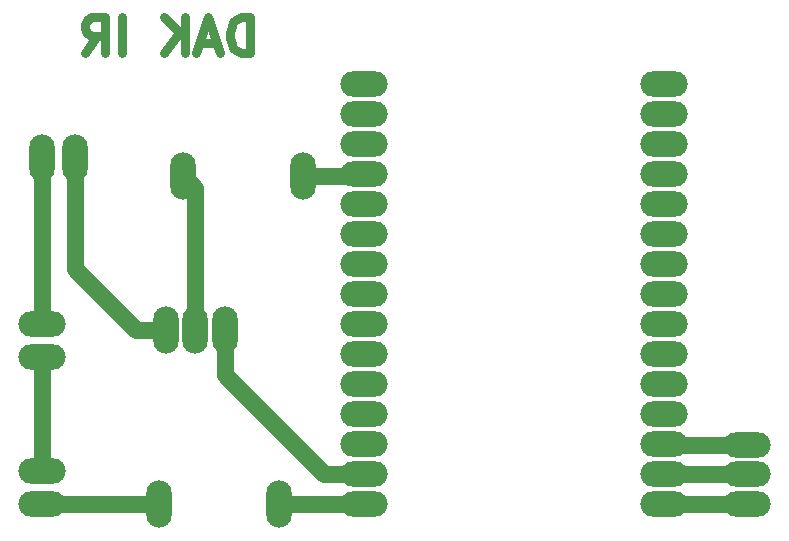
<source format=gbr>
G04 #@! TF.GenerationSoftware,KiCad,Pcbnew,(5.1.2)-2*
G04 #@! TF.CreationDate,2019-11-19T13:43:08-05:00*
G04 #@! TF.ProjectId,dak-ir-pcb,64616b2d-6972-42d7-9063-622e6b696361,rev?*
G04 #@! TF.SameCoordinates,PX39b2820PY54e0840*
G04 #@! TF.FileFunction,Copper,L2,Bot*
G04 #@! TF.FilePolarity,Positive*
%FSLAX46Y46*%
G04 Gerber Fmt 4.6, Leading zero omitted, Abs format (unit mm)*
G04 Created by KiCad (PCBNEW (5.1.2)-2) date 2019-11-19 13:43:08*
%MOMM*%
%LPD*%
G04 APERTURE LIST*
%ADD10C,0.750000*%
%ADD11O,2.150000X4.000000*%
%ADD12O,4.000000X2.150000*%
%ADD13C,1.400000*%
G04 APERTURE END LIST*
D10*
X19928571Y50642858D02*
X19928571Y53642858D01*
X19214285Y53642858D01*
X18785714Y53500000D01*
X18500000Y53214286D01*
X18357142Y52928572D01*
X18214285Y52357143D01*
X18214285Y51928572D01*
X18357142Y51357143D01*
X18500000Y51071429D01*
X18785714Y50785715D01*
X19214285Y50642858D01*
X19928571Y50642858D01*
X17071428Y51500000D02*
X15642857Y51500000D01*
X17357142Y50642858D02*
X16357142Y53642858D01*
X15357142Y50642858D01*
X14357142Y50642858D02*
X14357142Y53642858D01*
X12642857Y50642858D02*
X13928571Y52357143D01*
X12642857Y53642858D02*
X14357142Y51928572D01*
X9071428Y50642858D02*
X9071428Y53642858D01*
X5928571Y50642858D02*
X6928571Y52071429D01*
X7642857Y50642858D02*
X7642857Y53642858D01*
X6500000Y53642858D01*
X6214285Y53500000D01*
X6071428Y53357143D01*
X5928571Y53071429D01*
X5928571Y52642858D01*
X6071428Y52357143D01*
X6214285Y52214286D01*
X6500000Y52071429D01*
X7642857Y52071429D01*
D11*
X15278000Y27135000D03*
X17758000Y27135000D03*
X12758000Y27135000D03*
D12*
X62000000Y14943000D03*
X62000000Y12463000D03*
X62000000Y17463000D03*
X2324000Y15203000D03*
X2324000Y12403000D03*
X2324000Y27649000D03*
X2324000Y24849000D03*
D11*
X5118000Y41740000D03*
X2318000Y41740000D03*
X12230000Y12403000D03*
X22390000Y12403000D03*
X24422000Y40216000D03*
X14262000Y40216000D03*
D12*
X29545000Y47965000D03*
X29545000Y45425000D03*
X29545000Y42885000D03*
X29545000Y40345000D03*
X29545000Y37805000D03*
X29545000Y35265000D03*
X29545000Y32725000D03*
X29545000Y30185000D03*
X29545000Y27645000D03*
X29545000Y25105000D03*
X29545000Y22565000D03*
X29545000Y20025000D03*
X29545000Y17485000D03*
X29545000Y14945000D03*
X29545000Y12405000D03*
X54945000Y47965000D03*
X54945000Y45425000D03*
X54945000Y42885000D03*
X54945000Y40345000D03*
X54945000Y37805000D03*
X54945000Y35265000D03*
X54945000Y32725000D03*
X54945000Y30185000D03*
X54945000Y27645000D03*
X54945000Y25105000D03*
X54945000Y22565000D03*
X54945000Y20025000D03*
X54945000Y17485000D03*
X54945000Y14945000D03*
X54945000Y12405000D03*
D13*
X2324000Y41734000D02*
X2318000Y41740000D01*
X2324000Y27649000D02*
X2324000Y41734000D01*
X10283000Y27135000D02*
X12758000Y27135000D01*
X5118000Y32300000D02*
X10283000Y27135000D01*
X5118000Y41740000D02*
X5118000Y32300000D01*
X2324000Y15203000D02*
X2324000Y24849000D01*
X2324000Y12403000D02*
X12230000Y12403000D01*
X54967000Y17463000D02*
X54945000Y17485000D01*
X62000000Y17463000D02*
X54967000Y17463000D01*
X55003000Y12463000D02*
X54945000Y12405000D01*
X62000000Y12463000D02*
X55003000Y12463000D01*
X54947000Y14943000D02*
X54945000Y14945000D01*
X61998000Y14945000D02*
X62000000Y14943000D01*
X54945000Y14945000D02*
X61998000Y14945000D01*
X26145000Y14945000D02*
X29545000Y14945000D01*
X17758000Y23332000D02*
X26145000Y14945000D01*
X17758000Y27135000D02*
X17758000Y23332000D01*
X15278000Y39200000D02*
X15278000Y27135000D01*
X14262000Y40216000D02*
X15278000Y39200000D01*
X29416000Y40216000D02*
X29545000Y40345000D01*
X24422000Y40216000D02*
X29416000Y40216000D01*
X22392000Y12405000D02*
X22390000Y12403000D01*
X29545000Y12405000D02*
X22392000Y12405000D01*
M02*

</source>
